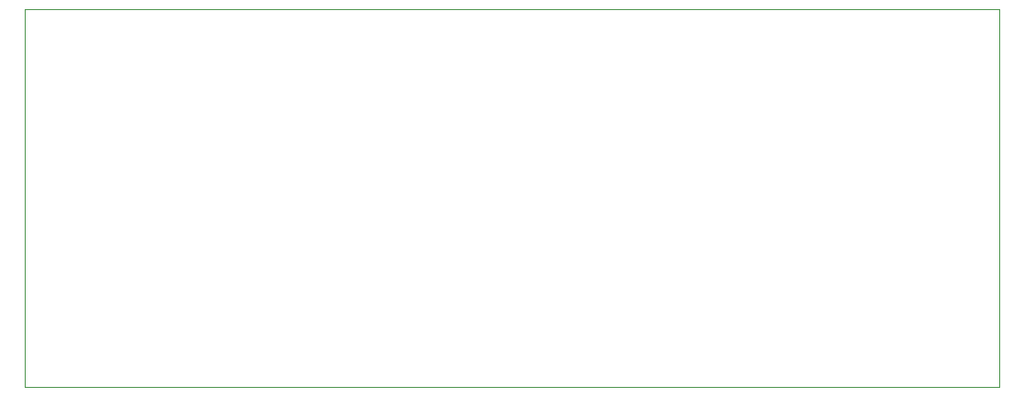
<source format=gbr>
%TF.GenerationSoftware,KiCad,Pcbnew,(5.1.7)-1*%
%TF.CreationDate,2022-01-04T16:34:00+01:00*%
%TF.ProjectId,display-board,64697370-6c61-4792-9d62-6f6172642e6b,rev?*%
%TF.SameCoordinates,Original*%
%TF.FileFunction,Profile,NP*%
%FSLAX46Y46*%
G04 Gerber Fmt 4.6, Leading zero omitted, Abs format (unit mm)*
G04 Created by KiCad (PCBNEW (5.1.7)-1) date 2022-01-04 16:34:00*
%MOMM*%
%LPD*%
G01*
G04 APERTURE LIST*
%TA.AperFunction,Profile*%
%ADD10C,0.050000*%
%TD*%
G04 APERTURE END LIST*
D10*
X20000000Y-55000000D02*
X20000000Y-20000000D01*
X110000000Y-55000000D02*
X20000000Y-55000000D01*
X110000000Y-20000000D02*
X110000000Y-55000000D01*
X20000000Y-20000000D02*
X110000000Y-20000000D01*
M02*

</source>
